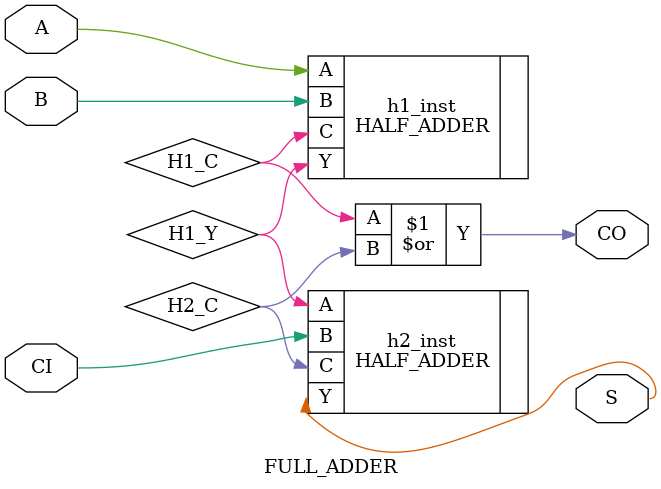
<source format=v>
`include "prj_definition.v"

module FULL_ADDER(S, CO, A, B, CI);
	output S, CO;
	input A, B, CI;
	wire H1_Y, H1_C, H2_C;
	
	HALF_ADDER h1_inst(.Y(H1_Y), .C(H1_C), .A(A), .B(B));
	
	HALF_ADDER h2_inst(.Y(S), .C(H2_C), .A(H1_Y), .B(CI));
	
	or or_inst(CO, H1_C, H2_C);
endmodule

</source>
